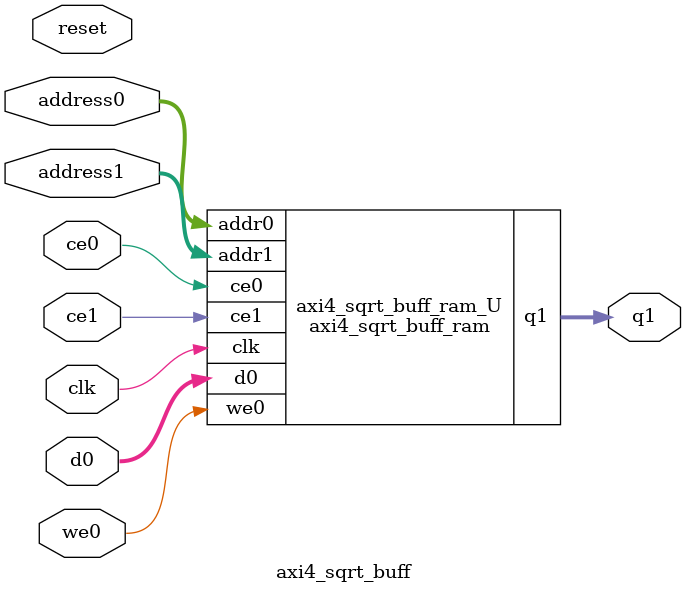
<source format=v>
`timescale 1 ns / 1 ps
module axi4_sqrt_buff_ram (addr0, ce0, d0, we0, addr1, ce1, q1,  clk);

parameter DWIDTH = 32;
parameter AWIDTH = 6;
parameter MEM_SIZE = 50;

input[AWIDTH-1:0] addr0;
input ce0;
input[DWIDTH-1:0] d0;
input we0;
input[AWIDTH-1:0] addr1;
input ce1;
output reg[DWIDTH-1:0] q1;
input clk;

reg [DWIDTH-1:0] ram[0:MEM_SIZE-1];




always @(posedge clk)  
begin 
    if (ce0) begin
        if (we0) 
            ram[addr0] <= d0; 
    end
end


always @(posedge clk)  
begin 
    if (ce1) begin
        q1 <= ram[addr1];
    end
end


endmodule

`timescale 1 ns / 1 ps
module axi4_sqrt_buff(
    reset,
    clk,
    address0,
    ce0,
    we0,
    d0,
    address1,
    ce1,
    q1);

parameter DataWidth = 32'd32;
parameter AddressRange = 32'd50;
parameter AddressWidth = 32'd6;
input reset;
input clk;
input[AddressWidth - 1:0] address0;
input ce0;
input we0;
input[DataWidth - 1:0] d0;
input[AddressWidth - 1:0] address1;
input ce1;
output[DataWidth - 1:0] q1;



axi4_sqrt_buff_ram axi4_sqrt_buff_ram_U(
    .clk( clk ),
    .addr0( address0 ),
    .ce0( ce0 ),
    .we0( we0 ),
    .d0( d0 ),
    .addr1( address1 ),
    .ce1( ce1 ),
    .q1( q1 ));

endmodule


</source>
